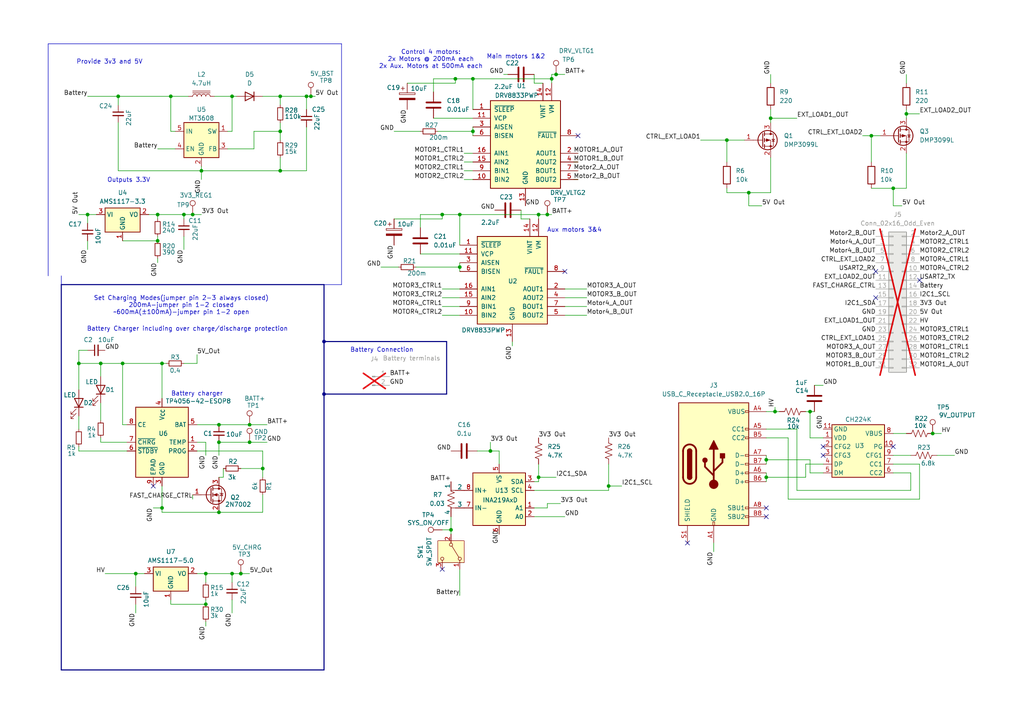
<source format=kicad_sch>
(kicad_sch (version 20250114) (generator "eeschema") (generator_version "9.0")
  (paper "A4")
  (title_block (date "2025-03-11") (comment 1 "@author 1: Lorenzo Lawrence LWRLOR002") (comment 2 "@author 2: Lindani Madonsela MDNLIN013"))
  (lib_symbols
    (symbol "Battery_Management:TP4056-42-ESOP8"
      (property "Reference" "U" (at -6.604 11.684 0))
      (property "Value" "TP4056-42-ESOP8" (at 10.16 11.684 0))
      (symbol "TP4056-42-ESOP8_1_0"
        (pin input line (at -10.16 5.08 0) (length 2.54) (name "CE") (number "8"))
        (pin open_collector line (at -10.16 0 0) (length 2.54) (name "~{CHRG}") (number "7"))
        (pin open_collector line (at -10.16 -2.54 0) (length 2.54) (name "~{STDBY}") (number "6"))
        (pin passive line (at -2.54 -12.7 90) (length 2.54) (name "EPAD") (number "9"))
        (pin power_in line (at 0 12.7 270) (length 2.54) (name "V_{CC}") (number "4"))
        (pin power_in line (at 0 -12.7 90) (length 2.54) (name "GND") (number "3"))
        (pin power_out line (at 10.16 5.08 180) (length 2.54) (name "BAT") (number "5"))
        (pin input line (at 10.16 0 180) (length 2.54) (name "TEMP") (number "1"))
        (pin passive line (at 10.16 -2.54 180) (length 2.54) (name "PROG") (number "2"))
      )
    )
    (symbol "Connector:Conn_01x02_Pin" (pin_names (offset 1.016) (hide yes))
      (property "Reference" "J" (at 0 2.54 0))
      (property "Value" "Conn_01x02_Pin" (at 0 -5.08 0))
      (symbol "Conn_01x02_Pin_1_1"
        (pin passive line (at 5.08 0 180) (length 3.81) (name "Pin_1") (number "1"))
        (pin passive line (at 5.08 -2.54 180) (length 3.81) (name "Pin_2") (number "2"))
      )
    )
    (symbol "Connector:TestPoint" (pin_numbers (hide yes)) (pin_names (offset 0.762) (hide yes))
      (property "Reference" "TP" (at 0 6.858 0))
      (property "Value" "TestPoint" (at 0 5.08 0))
      (symbol "TestPoint_1_1"
        (pin passive line (at 0 0 90) (length 2.54) (name "1") (number "1"))
      )
    )
    (symbol "Connector:USB_C_Receptacle_USB2.0_16P" (pin_names (offset 1.016))
      (property "Reference" "J" (at 0 22.225 0))
      (property "Value" "USB_C_Receptacle_USB2.0_16P" (at 0 19.685 0))
      (symbol "USB_C_Receptacle_USB2.0_16P_1_1"
        (pin passive line (at -7.62 -22.86 90) (length 5.08) (name "SHIELD") (number "S1"))
        (pin passive line (at 0 -22.86 90) (length 5.08) (name "GND") (number "A1"))
        (pin passive line (at 0 -22.86 90) (length 5.08) (hide yes) (name "GND") (number "A12"))
        (pin passive line (at 0 -22.86 90) (length 5.08) (hide yes) (name "GND") (number "B1"))
        (pin passive line (at 0 -22.86 90) (length 5.08) (hide yes) (name "GND") (number "B12"))
        (pin passive line (at 15.24 15.24 180) (length 5.08) (name "VBUS") (number "A4"))
        (pin passive line (at 15.24 15.24 180) (length 5.08) (hide yes) (name "VBUS") (number "A9"))
        (pin passive line (at 15.24 15.24 180) (length 5.08) (hide yes) (name "VBUS") (number "B4"))
        (pin passive line (at 15.24 15.24 180) (length 5.08) (hide yes) (name "VBUS") (number "B9"))
        (pin bidirectional line (at 15.24 10.16 180) (length 5.08) (name "CC1") (number "A5"))
        (pin bidirectional line (at 15.24 7.62 180) (length 5.08) (name "CC2") (number "B5"))
        (pin bidirectional line (at 15.24 2.54 180) (length 5.08) (name "D-") (number "A7"))
        (pin bidirectional line (at 15.24 0 180) (length 5.08) (name "D-") (number "B7"))
        (pin bidirectional line (at 15.24 -2.54 180) (length 5.08) (name "D+") (number "A6"))
        (pin bidirectional line (at 15.24 -5.08 180) (length 5.08) (name "D+") (number "B6"))
        (pin bidirectional line (at 15.24 -12.7 180) (length 5.08) (name "SBU1") (number "A8"))
        (pin bidirectional line (at 15.24 -15.24 180) (length 5.08) (name "SBU2") (number "B8"))
      )
    )
    (symbol "Connector_Generic:Conn_02x16_Odd_Even" (pin_names (offset 1.016) (hide yes))
      (property "Reference" "J" (at 1.27 20.32 0))
      (property "Value" "Conn_02x16_Odd_Even" (at 1.27 -22.86 0))
      (symbol "Conn_02x16_Odd_Even_1_1"
        (pin passive line (at -5.08 17.78 0) (length 3.81) (name "Pin_1") (number "1"))
        (pin passive line (at -5.08 15.24 0) (length 3.81) (name "Pin_3") (number "3"))
        (pin passive line (at -5.08 12.7 0) (length 3.81) (name "Pin_5") (number "5"))
        (pin passive line (at -5.08 10.16 0) (length 3.81) (name "Pin_7") (number "7"))
        (pin passive line (at -5.08 7.62 0) (length 3.81) (name "Pin_9") (number "9"))
        (pin passive line (at -5.08 5.08 0) (length 3.81) (name "Pin_11") (number "11"))
        (pin passive line (at -5.08 2.54 0) (length 3.81) (name "Pin_13") (number "13"))
        (pin passive line (at -5.08 0 0) (length 3.81) (name "Pin_15") (number "15"))
        (pin passive line (at -5.08 -2.54 0) (length 3.81) (name "Pin_17") (number "17"))
        (pin passive line (at -5.08 -5.08 0) (length 3.81) (name "Pin_19") (number "19"))
        (pin passive line (at -5.08 -7.62 0) (length 3.81) (name "Pin_21") (number "21"))
        (pin passive line (at -5.08 -10.16 0) (length 3.81) (name "Pin_23") (number "23"))
        (pin passive line (at -5.08 -12.7 0) (length 3.81) (name "Pin_25") (number "25"))
        (pin passive line (at -5.08 -15.24 0) (length 3.81) (name "Pin_27") (number "27"))
        (pin passive line (at -5.08 -17.78 0) (length 3.81) (name "Pin_29") (number "29"))
        (pin passive line (at -5.08 -20.32 0) (length 3.81) (name "Pin_31") (number "31"))
        (pin passive line (at 7.62 17.78 180) (length 3.81) (name "Pin_2") (number "2"))
        (pin passive line (at 7.62 15.24 180) (length 3.81) (name "Pin_4") (number "4"))
        (pin passive line (at 7.62 12.7 180) (length 3.81) (name "Pin_6") (number "6"))
        (pin passive line (at 7.62 10.16 180) (length 3.81) (name "Pin_8") (number "8"))
        (pin passive line (at 7.62 7.62 180) (length 3.81) (name "Pin_10") (number "10"))
        (pin passive line (at 7.62 5.08 180) (length 3.81) (name "Pin_12") (number "12"))
        (pin passive line (at 7.62 2.54 180) (length 3.81) (name "Pin_14") (number "14"))
        (pin passive line (at 7.62 0 180) (length 3.81) (name "Pin_16") (number "16"))
        (pin passive line (at 7.62 -2.54 180) (length 3.81) (name "Pin_18") (number "18"))
        (pin passive line (at 7.62 -5.08 180) (length 3.81) (name "Pin_20") (number "20"))
        (pin passive line (at 7.62 -7.62 180) (length 3.81) (name "Pin_22") (number "22"))
        (pin passive line (at 7.62 -10.16 180) (length 3.81) (name "Pin_24") (number "24"))
        (pin passive line (at 7.62 -12.7 180) (length 3.81) (name "Pin_26") (number "26"))
        (pin passive line (at 7.62 -15.24 180) (length 3.81) (name "Pin_28") (number "28"))
        (pin passive line (at 7.62 -17.78 180) (length 3.81) (name "Pin_30") (number "30"))
        (pin passive line (at 7.62 -20.32 180) (length 3.81) (name "Pin_32") (number "32"))
      )
    )
    (symbol "Device:C" (pin_numbers (hide yes)) (pin_names (offset 0.254))
      (property "Reference" "C" (at 0.635 2.54 0))
      (property "Value" "C" (at 0.635 -2.54 0))
      (symbol "C_1_1"
        (pin passive line (at 0 3.81 270) (length 2.794) (name "~") (number "1"))
        (pin passive line (at 0 -3.81 90) (length 2.794) (name "~") (number "2"))
      )
    )
    (symbol "Device:C_Polarized" (pin_numbers (hide yes)) (pin_names (offset 0.254))
      (property "Reference" "C" (at 0.635 2.54 0))
      (property "Value" "C_Polarized" (at 0.635 -2.54 0))
      (symbol "C_Polarized_1_1"
        (pin passive line (at 0 3.81 270) (length 2.794) (name "~") (number "1"))
        (pin passive line (at 0 -3.81 90) (length 2.794) (name "~") (number "2"))
      )
    )
    (symbol "Device:C_Small" (pin_numbers (hide yes)) (pin_names (offset 0.254) (hide yes))
      (property "Reference" "C" (at 0.254 1.778 0))
      (property "Value" "C_Small" (at 0.254 -2.032 0))
      (symbol "C_Small_1_1"
        (pin passive line (at 0 2.54 270) (length 2.032) (name "~") (number "1"))
        (pin passive line (at 0 -2.54 90) (length 2.032) (name "~") (number "2"))
      )
    )
    (symbol "Device:D" (pin_numbers (hide yes)) (pin_names (offset 1.016) (hide yes))
      (property "Reference" "D" (at 0 2.54 0))
      (property "Value" "D" (at 0 -2.54 0))
      (symbol "D_1_1"
        (pin passive line (at -3.81 0 0) (length 2.54) (name "K") (number "1"))
        (pin passive line (at 3.81 0 180) (length 2.54) (name "A") (number "2"))
      )
    )
    (symbol "Device:LED" (pin_numbers (hide yes)) (pin_names (offset 1.016) (hide yes))
      (property "Reference" "D" (at 0 2.54 0))
      (property "Value" "LED" (at 0 -2.54 0))
      (symbol "LED_1_1"
        (pin passive line (at -3.81 0 0) (length 2.54) (name "K") (number "1"))
        (pin passive line (at 3.81 0 180) (length 2.54) (name "A") (number "2"))
      )
    )
    (symbol "Device:L_Iron" (pin_numbers (hide yes)) (pin_names (offset 1.016) (hide yes))
      (property "Reference" "L" (at -1.27 0 90))
      (property "Value" "L_Iron" (at 2.794 0 90))
      (symbol "L_Iron_1_1"
        (pin passive line (at 0 3.81 270) (length 1.27) (name "1") (number "1"))
        (pin passive line (at 0 -3.81 90) (length 1.27) (name "2") (number "2"))
      )
    )
    (symbol "Device:R" (pin_numbers (hide yes)) (pin_names (offset 0))
      (property "Reference" "R" (at 2.032 0 90))
      (property "Value" "R" (at 0 0 90))
      (symbol "R_1_1"
        (pin passive line (at 0 3.81 270) (length 1.27) (name "~") (number "1"))
        (pin passive line (at 0 -3.81 90) (length 1.27) (name "~") (number "2"))
      )
    )
    (symbol "Device:R_Shunt_US" (pin_numbers (hide yes)) (pin_names (offset 0))
      (property "Reference" "R" (at -5.08 0 90))
      (property "Value" "R_Shunt_US" (at -3.048 0 90))
      (symbol "R_Shunt_US_1_1"
        (pin passive line (at 0 5.08 270) (length 2.54) (name "1") (number "1"))
        (pin passive line (at 0 -5.08 90) (length 2.54) (name "4") (number "4"))
        (pin passive line (at 3.81 2.54 180) (length 2.54) (name "2") (number "2"))
        (pin passive line (at 3.81 -2.54 180) (length 2.54) (name "3") (number "3"))
      )
    )
    (symbol "Device:R_Small" (pin_numbers (hide yes)) (pin_names (offset 0.254) (hide yes))
      (property "Reference" "R" (at 0.762 0.508 0))
      (property "Value" "R_Small" (at 0.762 -1.016 0))
      (symbol "R_Small_1_1"
        (pin passive line (at 0 2.54 270) (length 0.762) (name "~") (number "1"))
        (pin passive line (at 0 -2.54 90) (length 0.762) (name "~") (number "2"))
      )
    )
    (symbol "Device:R_US" (pin_numbers (hide yes)) (pin_names (offset 0))
      (property "Reference" "R" (at 2.54 0 90))
      (property "Value" "R_US" (at -2.54 0 90))
      (symbol "R_US_1_1"
        (pin passive line (at 0 3.81 270) (length 1.27) (name "~") (number "1"))
        (pin passive line (at 0 -3.81 90) (length 1.27) (name "~") (number "2"))
      )
    )
    (symbol "Driver_Motor:DRV8833PWP" (pin_names (offset 1.016))
      (property "Reference" "U" (at -3.81 16.51 0))
      (property "Value" "DRV8833PWP" (at -3.81 13.97 0))
      (symbol "DRV8833PWP_1_1"
        (pin input line (at -15.24 10.16 0) (length 5.08) (name "~{SLEEP}") (number "1"))
        (pin bidirectional line (at -15.24 7.62 0) (length 5.08) (name "VCP") (number "11"))
        (pin bidirectional line (at -15.24 5.08 0) (length 5.08) (name "AISEN") (number "3"))
        (pin bidirectional line (at -15.24 2.54 0) (length 5.08) (name "BISEN") (number "6"))
        (pin input line (at -15.24 -2.54 0) (length 5.08) (name "AIN1") (number "16"))
        (pin input line (at -15.24 -5.08 0) (length 5.08) (name "AIN2") (number "15"))
        (pin input line (at -15.24 -7.62 0) (length 5.08) (name "BIN1") (number "9"))
        (pin input line (at -15.24 -10.16 0) (length 5.08) (name "BIN2") (number "10"))
        (pin power_in line (at 0 -17.78 90) (length 5.08) (name "GND") (number "13"))
        (pin passive line (at 0 -17.78 90) (length 5.08) (hide yes) (name "GND") (number "17"))
        (pin power_in line (at 5.08 17.78 270) (length 5.08) (name "VINT") (number "14"))
        (pin power_in line (at 7.62 17.78 270) (length 5.08) (name "VM") (number "12"))
        (pin open_collector line (at 15.24 2.54 180) (length 5.08) (name "~{FAULT}") (number "8"))
        (pin power_out line (at 15.24 -2.54 180) (length 5.08) (name "AOUT1") (number "2"))
        (pin power_out line (at 15.24 -5.08 180) (length 5.08) (name "AOUT2") (number "4"))
        (pin power_out line (at 15.24 -7.62 180) (length 5.08) (name "BOUT1") (number "7"))
        (pin power_out line (at 15.24 -10.16 180) (length 5.08) (name "BOUT2") (number "5"))
      )
    )
    (symbol "Interface_USB:CH224K"
      (property "Reference" "U3" (at 2.1433 -10.16 0))
      (property "Value" "CH224K" (at 2.1433 -12.7 0))
      (symbol "CH224K_1_1"
        (pin power_in line (at -10.16 6.35 0) (length 2.54) (name "GND") (number "11"))
        (pin power_in line (at -10.16 3.81 0) (length 2.54) (name "VDD") (number "1"))
        (pin passive line (at -10.16 1.27 0) (length 2.54) (name "CFG2") (number "2"))
        (pin passive line (at -10.16 -1.27 0) (length 2.54) (name "CFG3") (number "3"))
        (pin bidirectional line (at -10.16 -3.81 0) (length 2.54) (name "DP") (number "4"))
        (pin bidirectional line (at -10.16 -6.35 0) (length 2.54) (name "DM") (number "5"))
        (pin passive line (at 10.16 5.08 180) (length 2.54) (name "VBUS") (number "8"))
        (pin open_collector line (at 10.16 1.27 180) (length 2.54) (name "PG") (number "10"))
        (pin passive line (at 10.16 -1.27 180) (length 2.54) (name "CFG1") (number "9"))
        (pin bidirectional line (at 10.16 -3.81 180) (length 2.54) (name "CC1") (number "7"))
        (pin bidirectional line (at 10.16 -6.35 180) (length 2.54) (name "CC2") (number "6"))
      )
    )
    (symbol "Regulator_Linear:AMS1117-3.3"
      (property "Reference" "U" (at -3.81 3.175 0))
      (property "Value" "AMS1117-3.3" (at 0 3.175 0))
      (symbol "AMS1117-3.3_1_1"
        (pin power_in line (at -7.62 0 0) (length 2.54) (name "VI") (number "3"))
        (pin power_in line (at 0 -7.62 90) (length 2.54) (name "GND") (number "1"))
        (pin power_out line (at 7.62 0 180) (length 2.54) (name "VO") (number "2"))
      )
    )
    (symbol "Regulator_Linear:AMS1117-5.0"
      (property "Reference" "U" (at -3.81 3.175 0))
      (property "Value" "AMS1117-5.0" (at 0 3.175 0))
      (symbol "AMS1117-5.0_1_1"
        (pin power_in line (at -7.62 0 0) (length 2.54) (name "VI") (number "3"))
        (pin power_in line (at 0 -7.62 90) (length 2.54) (name "GND") (number "1"))
        (pin power_out line (at 7.62 0 180) (length 2.54) (name "VO") (number "2"))
      )
    )
    (symbol "Regulator_Switching:MT3608"
      (property "Reference" "U" (at -2.54 8.89 0))
      (property "Value" "MT3608" (at -3.81 6.35 0))
      (symbol "MT3608_1_1"
        (pin power_in line (at -7.62 2.54 0) (length 2.54) (name "IN") (number "5"))
        (pin input line (at -7.62 -2.54 0) (length 2.54) (name "EN") (number "4"))
        (pin power_in line (at 0 -7.62 90) (length 2.54) (name "GND") (number "2"))
        (pin no_connect line (at 5.08 0 180) (length 2.54) (hide yes) (name "NC") (number "6"))
        (pin passive line (at 7.62 2.54 180) (length 2.54) (name "SW") (number "1"))
        (pin input line (at 7.62 -2.54 180) (length 2.54) (name "FB") (number "3"))
      )
    )
    (symbol "Sensor_Energy:INA219AxD"
      (property "Reference" "U" (at -6.35 8.89 0))
      (property "Value" "INA219AxD" (at 5.08 8.89 0))
      (symbol "INA219AxD_1_1"
        (pin input line (at -10.16 2.54 0) (length 2.54) (name "IN+") (number "8"))
        (pin input line (at -10.16 -2.54 0) (length 2.54) (name "IN-") (number "7"))
        (pin power_in line (at 0 10.16 270) (length 2.54) (name "VS") (number "5"))
        (pin power_in line (at 0 -10.16 90) (length 2.54) (name "GND") (number "6"))
        (pin bidirectional line (at 10.16 5.08 180) (length 2.54) (name "SDA") (number "3"))
        (pin input line (at 10.16 2.54 180) (length 2.54) (name "SCL") (number "4"))
        (pin input line (at 10.16 -2.54 180) (length 2.54) (name "A1") (number "1"))
        (pin input line (at 10.16 -5.08 180) (length 2.54) (name "A0") (number "2"))
      )
    )
    (symbol "Switch:SW_SPDT" (pin_names (offset 0) (hide yes))
      (property "Reference" "SW" (at 0 5.08 0))
      (property "Value" "SW_SPDT" (at 0 -5.08 0))
      (symbol "SW_SPDT_1_1"
        (pin passive line (at -5.08 0 0) (length 2.54) (name "B") (number "2"))
        (pin passive line (at 5.08 2.54 180) (length 2.54) (name "A") (number "1"))
        (pin passive line (at 5.08 -2.54 180) (length 2.54) (name "C") (number "3"))
      )
    )
    (symbol "Transistor_FET:2N7002" (pin_names (hide yes))
      (property "Reference" "Q" (at 5.08 1.905 0))
      (property "Value" "2N7002" (at 5.08 0 0))
      (symbol "2N7002_1_1"
        (pin input line (at -5.08 0 0) (length 2.54) (name "G") (number "1"))
        (pin passive line (at 2.54 5.08 270) (length 2.54) (name "D") (number "3"))
        (pin passive line (at 2.54 -5.08 90) (length 2.54) (name "S") (number "2"))
      )
    )
    (symbol "Transistor_FET:DMP3099L" (pin_names (offset 0) (hide yes))
      (property "Reference" "Q" (at 5.08 1.905 0))
      (property "Value" "DMP3099L" (at 5.08 0 0))
      (symbol "DMP3099L_1_1"
        (pin input line (at -5.08 0 0) (length 2.54) (name "G") (number "1"))
        (pin passive line (at 2.54 5.08 270) (length 2.54) (name "D") (number "3"))
        (pin passive line (at 2.54 -5.08 90) (length 2.54) (name "S") (number "2"))
      )
    )
  )
  (text "Control 4 motors:\n2x Motors @ 200mA each\n2x Aux. Motors at 500mA each" (at 124.968 17.272 0) (effects (font (size 1.27 1.27))))
  (text "Outputs 3.3V" (at 37.338 52.324 0) (effects (font (size 1.27 1.27))))
  (text "Battery charger" (at 57.15 114.3 0) (effects (font (size 1.27 1.27))))
  (text "Set Charging Modes(jumper pin 2-3 always closed)\n200mA-jumper pin 1-2 closed\n~600mA(±100mA)-jumper pin 1-2 open" (at 52.578 88.646 0) (effects (font (size 1.27 1.27))))
  (text "Battery Charger including over charge/discharge protection" (at 54.356 95.504 0) (effects (font (size 1.27 1.27))))
  (text "Battery Connection" (at 110.744 101.6 0) (effects (font (size 1.27 1.27))))
  (text "Aux motors 3&4" (at 166.624 66.802 0) (effects (font (size 1.27 1.27))))
  (text "Provide 3v3 and 5V " (at 32.258 18.034 0) (effects (font (size 1.27 1.27))))
  (text "Main motors 1&2 " (at 150.114 16.51 0) (effects (font (size 1.27 1.27))))
  (junction (at 133.35 62.23))
  (junction (at 137.16 22.86))
  (junction (at 90.17 27.94))
  (junction (at 156.21 138.43))
  (junction (at 88.9 27.94))
  (junction (at 176.53 140.97))
  (junction (at 158.75 62.23))
  (junction (at 22.86 105.41))
  (junction (at 161.29 21.59))
  (junction (at 222.25 138.43))
  (junction (at 58.42 49.53))
  (junction (at 39.37 166.37))
  (junction (at 76.2 135.89))
  (junction (at 132.08 22.86))
  (junction (at 63.5 128.27))
  (junction (at 67.31 27.94))
  (junction (at 137.16 38.1))
  (junction (at 130.81 153.67))
  (junction (at 156.21 62.23))
  (junction (at 55.88 62.23))
  (junction (at 45.72 69.85))
  (junction (at 59.69 166.37))
  (junction (at 59.69 175.26))
  (junction (at 81.28 49.53))
  (junction (at 270.51 125.73))
  (junction (at 93.98 99.06))
  (junction (at 81.28 38.1))
  (junction (at 25.4 62.23))
  (junction (at 259.08 54.61))
  (junction (at 252.73 39.37))
  (junction (at 72.39 128.27))
  (junction (at 29.21 105.41))
  (junction (at 45.72 62.23))
  (junction (at 67.31 166.37))
  (junction (at 34.29 27.94))
  (junction (at 49.53 27.94))
  (junction (at 93.98 114.3))
  (junction (at 72.39 123.19))
  (junction (at 210.82 40.64))
  (junction (at 223.52 34.29))
  (junction (at 224.79 119.38))
  (junction (at 81.28 27.94))
  (junction (at 53.34 62.23))
  (junction (at 69.85 166.37))
  (junction (at 63.5 148.59))
  (junction (at 63.5 123.19))
  (junction (at 46.99 147.32))
  (junction (at 222.25 133.35))
  (junction (at 133.35 77.47))
  (junction (at 46.99 105.41))
  (junction (at 35.56 105.41))
  (junction (at 262.89 33.02))
  (junction (at 142.24 130.81))
  (junction (at 234.95 119.38))
  (junction (at 160.02 22.86))
  (junction (at 217.17 55.88))
  (junction (at 128.27 62.23))
  (no_connect (at 199.39 157.48))
  (no_connect (at 163.83 78.74))
  (no_connect (at 266.7 81.28))
  (no_connect (at 167.64 39.37))
  (no_connect (at 254 86.36))
  (no_connect (at 259.08 129.54))
  (no_connect (at 128.27 165.1))
  (no_connect (at 222.25 149.86))
  (no_connect (at 44.45 140.97))
  (no_connect (at 238.76 129.54))
  (no_connect (at 254 78.74))
  (no_connect (at 222.25 147.32))
  (no_connect (at 238.76 132.08))
  (wire (pts (xy 234.95 137.16) (xy 238.76 137.16)))
  (bus (pts (xy 93.98 99.06) (xy 129.54 99.06)))
  (wire (pts (xy 160.02 21.59) (xy 160.02 22.86)))
  (wire (pts (xy 59.69 173.99) (xy 59.69 175.26)))
  (wire (pts (xy 210.82 40.64) (xy 215.9 40.64)))
  (wire (pts (xy 161.29 21.59) (xy 160.02 21.59)))
  (wire (pts (xy 110.49 77.47) (xy 115.57 77.47)))
  (wire (pts (xy 133.35 83.82) (xy 128.27 83.82)))
  (wire (pts (xy 44.45 147.32) (xy 46.99 147.32)))
  (wire (pts (xy 262.89 31.75) (xy 262.89 33.02)))
  (wire (pts (xy 76.2 27.94) (xy 81.28 27.94)))
  (wire (pts (xy 67.31 27.94) (xy 68.58 27.94)))
  (wire (pts (xy 259.08 134.62) (xy 266.7 134.62)))
  (wire (pts (xy 259.08 59.69) (xy 259.08 54.61)))
  (wire (pts (xy 137.16 46.99) (xy 134.62 46.99)))
  (wire (pts (xy 132.08 22.86) (xy 125.73 22.86)))
  (wire (pts (xy 222.25 119.38) (xy 224.79 119.38)))
  (wire (pts (xy 176.53 140.97) (xy 180.34 140.97)))
  (wire (pts (xy 210.82 46.99) (xy 210.82 40.64)))
  (wire (pts (xy 233.68 134.62) (xy 238.76 134.62)))
  (wire (pts (xy 144.78 153.67) (xy 144.78 154.94)))
  (wire (pts (xy 156.21 62.23) (xy 156.21 63.5)))
  (wire (pts (xy 46.99 105.41) (xy 35.56 105.41)))
  (wire (pts (xy 76.2 135.89) (xy 76.2 138.43)))
  (wire (pts (xy 25.4 27.94) (xy 34.29 27.94)))
  (wire (pts (xy 49.53 175.26) (xy 59.69 175.26)))
  (wire (pts (xy 66.04 43.18) (xy 73.66 43.18)))
  (wire (pts (xy 156.21 138.43) (xy 161.29 138.43)))
  (wire (pts (xy 46.99 147.32) (xy 46.99 148.59)))
  (wire (pts (xy 53.34 105.41) (xy 57.15 105.41)))
  (wire (pts (xy 154.94 142.24) (xy 176.53 142.24)))
  (wire (pts (xy 58.42 49.53) (xy 58.42 48.26)))
  (bus (pts (xy 129.54 99.06) (xy 129.54 114.3)))
  (wire (pts (xy 222.25 137.16) (xy 222.25 138.43)))
  (wire (pts (xy 118.11 24.13) (xy 132.08 24.13)))
  (wire (pts (xy 154.94 21.59) (xy 154.94 24.13)))
  (wire (pts (xy 236.22 111.76) (xy 238.76 111.76)))
  (polyline (pts (xy 99.06 12.7) (xy 13.97 12.7)))
  (wire (pts (xy 176.53 142.24) (xy 176.53 140.97)))
  (polyline (pts (xy 17.78 82.55) (xy 99.06 82.55)))
  (wire (pts (xy 259.08 137.16) (xy 264.16 137.16)))
  (wire (pts (xy 158.75 147.32) (xy 158.75 146.05)))
  (wire (pts (xy 64.77 138.43) (xy 64.77 135.89)))
  (wire (pts (xy 160.02 22.86) (xy 160.02 24.13)))
  (wire (pts (xy 22.86 129.54) (xy 22.86 130.81)))
  (wire (pts (xy 127 38.1) (xy 137.16 38.1)))
  (wire (pts (xy 133.35 91.44) (xy 128.27 91.44)))
  (wire (pts (xy 49.53 27.94) (xy 54.61 27.94)))
  (wire (pts (xy 57.15 123.19) (xy 63.5 123.19)))
  (wire (pts (xy 234.95 133.35) (xy 234.95 137.16)))
  (wire (pts (xy 125.73 22.86) (xy 125.73 26.67)))
  (wire (pts (xy 130.81 154.94) (xy 130.81 153.67)))
  (wire (pts (xy 259.08 132.08) (xy 264.16 132.08)))
  (wire (pts (xy 67.31 166.37) (xy 67.31 168.91)))
  (wire (pts (xy 270.51 125.73) (xy 273.05 125.73)))
  (wire (pts (xy 62.23 27.94) (xy 67.31 27.94)))
  (bus (pts (xy 93.98 99.06) (xy 93.98 114.3)))
  (wire (pts (xy 57.15 105.41) (xy 57.15 102.87)))
  (wire (pts (xy 252.73 54.61) (xy 259.08 54.61)))
  (wire (pts (xy 222.25 132.08) (xy 222.25 133.35)))
  (wire (pts (xy 81.28 27.94) (xy 88.9 27.94)))
  (wire (pts (xy 133.35 77.47) (xy 133.35 78.74)))
  (wire (pts (xy 29.21 116.84) (xy 29.21 121.92)))
  (wire (pts (xy 228.6 127) (xy 228.6 144.78)))
  (wire (pts (xy 138.43 130.81) (xy 142.24 130.81)))
  (wire (pts (xy 22.86 105.41) (xy 22.86 101.6)))
  (bus (pts (xy 93.98 82.55) (xy 93.98 99.06)))
  (wire (pts (xy 133.35 76.2) (xy 133.35 77.47)))
  (wire (pts (xy 121.92 73.66) (xy 133.35 73.66)))
  (wire (pts (xy 262.89 33.02) (xy 262.89 34.29)))
  (wire (pts (xy 76.2 143.51) (xy 76.2 148.59)))
  (wire (pts (xy 45.72 43.18) (xy 50.8 43.18)))
  (wire (pts (xy 55.88 62.23) (xy 53.34 62.23)))
  (wire (pts (xy 46.99 105.41) (xy 46.99 115.57)))
  (wire (pts (xy 22.86 105.41) (xy 22.86 113.03)))
  (wire (pts (xy 58.42 62.23) (xy 55.88 62.23)))
  (wire (pts (xy 133.35 88.9) (xy 128.27 88.9)))
  (wire (pts (xy 49.53 173.99) (xy 49.53 175.26)))
  (wire (pts (xy 163.83 88.9) (xy 170.18 88.9)))
  (wire (pts (xy 166.37 52.07) (xy 167.64 52.07)))
  (wire (pts (xy 130.81 153.67) (xy 130.81 149.86)))
  (wire (pts (xy 233.68 119.38) (xy 234.95 119.38)))
  (polyline (pts (xy 13.97 12.7) (xy 13.97 80.01)))
  (wire (pts (xy 57.15 166.37) (xy 59.69 166.37)))
  (wire (pts (xy 46.99 140.97) (xy 46.99 147.32)))
  (wire (pts (xy 46.99 148.59) (xy 63.5 148.59)))
  (wire (pts (xy 58.42 49.53) (xy 58.42 52.07)))
  (wire (pts (xy 233.68 138.43) (xy 233.68 134.62)))
  (wire (pts (xy 163.83 83.82) (xy 170.18 83.82)))
  (wire (pts (xy 88.9 49.53) (xy 81.28 49.53)))
  (wire (pts (xy 114.3 63.5) (xy 128.27 63.5)))
  (wire (pts (xy 128.27 153.67) (xy 130.81 153.67)))
  (wire (pts (xy 207.01 160.02) (xy 207.01 157.48)))
  (wire (pts (xy 45.72 68.58) (xy 45.72 69.85)))
  (wire (pts (xy 72.39 123.19) (xy 77.47 123.19)))
  (wire (pts (xy 22.86 62.23) (xy 25.4 62.23)))
  (wire (pts (xy 29.21 128.27) (xy 36.83 128.27)))
  (wire (pts (xy 231.14 124.46) (xy 231.14 142.24)))
  (wire (pts (xy 29.21 105.41) (xy 29.21 109.22)))
  (wire (pts (xy 76.2 148.59) (xy 63.5 148.59)))
  (wire (pts (xy 59.69 128.27) (xy 57.15 128.27)))
  (wire (pts (xy 222.25 133.35) (xy 234.95 133.35)))
  (wire (pts (xy 151.13 60.96) (xy 151.13 63.5)))
  (wire (pts (xy 125.73 34.29) (xy 137.16 34.29)))
  (wire (pts (xy 49.53 38.1) (xy 50.8 38.1)))
  (wire (pts (xy 271.78 132.08) (xy 276.86 132.08)))
  (wire (pts (xy 121.92 62.23) (xy 121.92 66.04)))
  (wire (pts (xy 217.17 59.69) (xy 217.17 55.88)))
  (wire (pts (xy 144.78 130.81) (xy 144.78 134.62)))
  (wire (pts (xy 132.08 22.86) (xy 132.08 24.13)))
  (wire (pts (xy 259.08 125.73) (xy 262.89 125.73)))
  (wire (pts (xy 167.64 44.45) (xy 166.37 44.45)))
  (wire (pts (xy 261.62 59.69) (xy 259.08 59.69)))
  (wire (pts (xy 63.5 123.19) (xy 72.39 123.19)))
  (wire (pts (xy 45.72 74.93) (xy 45.72 76.2)))
  (wire (pts (xy 81.28 49.53) (xy 58.42 49.53)))
  (wire (pts (xy 53.34 62.23) (xy 53.34 63.5)))
  (wire (pts (xy 72.39 128.27) (xy 77.47 128.27)))
  (wire (pts (xy 45.72 62.23) (xy 43.18 62.23)))
  (wire (pts (xy 67.31 173.99) (xy 67.31 177.8)))
  (wire (pts (xy 210.82 55.88) (xy 217.17 55.88)))
  (wire (pts (xy 67.31 166.37) (xy 69.85 166.37)))
  (wire (pts (xy 167.64 49.53) (xy 166.37 49.53)))
  (wire (pts (xy 133.35 62.23) (xy 156.21 62.23)))
  (wire (pts (xy 222.25 133.35) (xy 222.25 134.62)))
  (bus (pts (xy 93.98 114.3) (xy 129.54 114.3)))
  (wire (pts (xy 163.83 91.44) (xy 170.18 91.44)))
  (wire (pts (xy 39.37 166.37) (xy 39.37 170.18)))
  (wire (pts (xy 252.73 46.99) (xy 252.73 39.37)))
  (wire (pts (xy 55.88 143.51) (xy 55.88 144.78)))
  (wire (pts (xy 147.32 21.59) (xy 146.05 21.59)))
  (wire (pts (xy 58.42 49.53) (xy 34.29 49.53)))
  (wire (pts (xy 217.17 55.88) (xy 223.52 55.88)))
  (wire (pts (xy 69.85 135.89) (xy 76.2 135.89)))
  (wire (pts (xy 59.69 180.34) (xy 59.69 181.61)))
  (wire (pts (xy 158.75 146.05) (xy 162.56 146.05)))
  (wire (pts (xy 133.35 86.36) (xy 128.27 86.36)))
  (wire (pts (xy 128.27 62.23) (xy 133.35 62.23)))
  (wire (pts (xy 137.16 52.07) (xy 134.62 52.07)))
  (wire (pts (xy 53.34 68.58) (xy 53.34 72.39)))
  (wire (pts (xy 88.9 27.94) (xy 90.17 27.94)))
  (wire (pts (xy 69.85 166.37) (xy 72.39 166.37)))
  (wire (pts (xy 222.25 124.46) (xy 231.14 124.46)))
  (wire (pts (xy 259.08 54.61) (xy 262.89 54.61)))
  (wire (pts (xy 59.69 166.37) (xy 59.69 168.91)))
  (wire (pts (xy 238.76 127) (xy 234.95 127)))
  (wire (pts (xy 35.56 123.19) (xy 36.83 123.19)))
  (wire (pts (xy 90.17 27.94) (xy 91.44 27.94)))
  (wire (pts (xy 137.16 22.86) (xy 132.08 22.86)))
  (wire (pts (xy 156.21 138.43) (xy 156.21 134.62)))
  (wire (pts (xy 63.5 128.27) (xy 72.39 128.27)))
  (wire (pts (xy 128.27 62.23) (xy 128.27 63.5)))
  (wire (pts (xy 35.56 69.85) (xy 45.72 69.85)))
  (wire (pts (xy 223.52 31.75) (xy 223.52 34.29)))
  (wire (pts (xy 228.6 144.78) (xy 266.7 144.78)))
  (wire (pts (xy 262.89 21.59) (xy 262.89 24.13)))
  (bus (pts (xy 93.98 114.3) (xy 93.98 194.31)))
  (wire (pts (xy 154.94 24.13) (xy 157.48 24.13)))
  (wire (pts (xy 154.94 147.32) (xy 158.75 147.32)))
  (wire (pts (xy 223.52 34.29) (xy 231.14 34.29)))
  (wire (pts (xy 88.9 36.83) (xy 88.9 49.53)))
  (wire (pts (xy 25.4 69.85) (xy 25.4 72.39)))
  (wire (pts (xy 120.65 77.47) (xy 133.35 77.47)))
  (wire (pts (xy 252.73 39.37) (xy 255.27 39.37)))
  (wire (pts (xy 114.3 38.1) (xy 121.92 38.1)))
  (wire (pts (xy 81.28 38.1) (xy 81.28 40.64)))
  (wire (pts (xy 34.29 27.94) (xy 49.53 27.94)))
  (wire (pts (xy 158.75 62.23) (xy 156.21 62.23)))
  (wire (pts (xy 224.79 119.38) (xy 226.06 119.38)))
  (wire (pts (xy 66.04 38.1) (xy 67.31 38.1)))
  (wire (pts (xy 49.53 27.94) (xy 49.53 38.1)))
  (wire (pts (xy 88.9 27.94) (xy 88.9 31.75)))
  (wire (pts (xy 224.79 118.11) (xy 224.79 119.38)))
  (wire (pts (xy 142.24 128.27) (xy 142.24 130.81)))
  (polyline (pts (xy 17.78 82.55) (xy 17.78 80.01)))
  (wire (pts (xy 223.52 45.72) (xy 223.52 55.88)))
  (wire (pts (xy 137.16 44.45) (xy 134.62 44.45)))
  (wire (pts (xy 57.15 130.81) (xy 76.2 130.81)))
  (polyline (pts (xy 99.06 12.7) (xy 99.06 12.7)))
  (wire (pts (xy 121.92 62.23) (xy 128.27 62.23)))
  (wire (pts (xy 160.02 62.23) (xy 158.75 62.23)))
  (wire (pts (xy 148.59 100.33) (xy 148.59 99.06)))
  (polyline (pts (xy 99.06 82.55) (xy 99.06 12.7)))
  (wire (pts (xy 53.34 62.23) (xy 45.72 62.23)))
  (bus (pts (xy 17.78 194.31) (xy 17.78 82.55)))
  (wire (pts (xy 137.16 22.86) (xy 137.16 31.75)))
  (wire (pts (xy 266.7 134.62) (xy 266.7 144.78)))
  (wire (pts (xy 67.31 27.94) (xy 67.31 38.1)))
  (wire (pts (xy 156.21 139.7) (xy 156.21 138.43)))
  (wire (pts (xy 73.66 43.18) (xy 73.66 38.1)))
  (wire (pts (xy 144.78 130.81) (xy 142.24 130.81)))
  (wire (pts (xy 154.94 139.7) (xy 156.21 139.7)))
  (wire (pts (xy 163.83 21.59) (xy 161.29 21.59)))
  (wire (pts (xy 39.37 166.37) (xy 41.91 166.37)))
  (wire (pts (xy 133.35 62.23) (xy 133.35 71.12)))
  (bus (pts (xy 17.78 82.55) (xy 93.98 82.55)))
  (wire (pts (xy 34.29 35.56) (xy 34.29 49.53)))
  (wire (pts (xy 264.16 142.24) (xy 264.16 137.16)))
  (wire (pts (xy 63.5 138.43) (xy 64.77 138.43)))
  (wire (pts (xy 154.94 149.86) (xy 163.83 149.86)))
  (wire (pts (xy 223.52 34.29) (xy 223.52 35.56)))
  (wire (pts (xy 262.89 44.45) (xy 262.89 54.61)))
  (wire (pts (xy 223.52 21.59) (xy 223.52 24.13)))
  (wire (pts (xy 231.14 142.24) (xy 264.16 142.24)))
  (wire (pts (xy 73.66 38.1) (xy 81.28 38.1)))
  (wire (pts (xy 137.16 38.1) (xy 137.16 39.37)))
  (wire (pts (xy 133.35 165.1) (xy 133.35 172.72)))
  (wire (pts (xy 81.28 27.94) (xy 81.28 30.48)))
  (wire (pts (xy 250.19 39.37) (xy 252.73 39.37)))
  (wire (pts (xy 222.25 138.43) (xy 233.68 138.43)))
  (wire (pts (xy 76.2 130.81) (xy 76.2 135.89)))
  (wire (pts (xy 25.4 62.23) (xy 25.4 64.77)))
  (wire (pts (xy 234.95 119.38) (xy 234.95 127)))
  (wire (pts (xy 22.86 101.6) (xy 25.4 101.6)))
  (wire (pts (xy 163.83 86.36) (xy 170.18 86.36)))
  (wire (pts (xy 34.29 27.94) (xy 34.29 30.48)))
  (wire (pts (xy 29.21 127) (xy 29.21 128.27)))
  (wire (pts (xy 153.67 63.5) (xy 151.13 63.5)))
  (wire (pts (xy 81.28 45.72) (xy 81.28 49.53)))
  (wire (pts (xy 203.2 40.64) (xy 210.82 40.64)))
  (wire (pts (xy 137.16 36.83) (xy 137.16 38.1)))
  (bus (pts (xy 17.78 194.31) (xy 93.98 194.31)))
  (wire (pts (xy 35.56 105.41) (xy 35.56 123.19)))
  (wire (pts (xy 222.25 138.43) (xy 222.25 139.7)))
  (wire (pts (xy 262.89 33.02) (xy 266.7 33.02)))
  (wire (pts (xy 22.86 105.41) (xy 29.21 105.41)))
  (wire (pts (xy 29.21 105.41) (xy 35.56 105.41)))
  (wire (pts (xy 36.83 130.81) (xy 22.86 130.81)))
  (wire (pts (xy 22.86 120.65) (xy 22.86 124.46)))
  (wire (pts (xy 234.95 119.38) (xy 236.22 119.38)))
  (wire (pts (xy 228.6 127) (xy 222.25 127)))
  (wire (pts (xy 167.64 46.99) (xy 166.37 46.99)))
  (wire (pts (xy 137.16 49.53) (xy 134.62 49.53)))
  (wire (pts (xy 210.82 54.61) (xy 210.82 55.88)))
  (wire (pts (xy 137.16 22.86) (xy 160.02 22.86)))
  (wire (pts (xy 48.26 105.41) (xy 46.99 105.41)))
  (wire (pts (xy 45.72 62.23) (xy 45.72 63.5)))
  (wire (pts (xy 81.28 35.56) (xy 81.28 38.1)))
  (wire (pts (xy 30.48 166.37) (xy 39.37 166.37)))
  (wire (pts (xy 176.53 140.97) (xy 176.53 134.62)))
  (wire (pts (xy 220.98 59.69) (xy 217.17 59.69)))
  (wire (pts (xy 59.69 132.08) (xy 59.69 128.27)))
  (wire (pts (xy 63.5 128.27) (xy 63.5 132.08)))
  (wire (pts (xy 59.69 166.37) (xy 67.31 166.37)))
  (wire (pts (xy 25.4 62.23) (xy 27.94 62.23)))
  (wire (pts (xy 39.37 175.26) (xy 39.37 177.8)))
  (label "GND" (at 25.4 72.39 270))
  (label "GND" (at 113.03 111.76 0))
  (label "Motor4_A_OUT" (at 170.18 88.9 0))
  (label "EXT_LOAD2_OUT" (at 266.7 33.02 0))
  (label "MOTOR3_CTRL2" (at 266.7 99.06 0))
  (label "MOTOR1_B_OUT" (at 166.37 46.99 0))
  (label "5V_Out" (at 57.15 102.87 0))
  (label "MOTOR1_CTRL1" (at 134.62 44.45 180))
  (label "GND" (at 148.59 100.33 270))
  (label "GND" (at 254 96.52 180))
  (label "5V_Out" (at 72.39 166.37 0))
  (label "I2C1_SDA" (at 254 88.9 180))
  (label "BATT+" (at 163.83 21.59 0))
  (label "MOTOR1_CTRL1" (at 266.7 101.6 0))
  (label "MOTOR3_A_OUT" (at 170.18 83.82 0))
  (label "Motor4_B_OUT" (at 254 73.66 180))
  (label "CTRL_EXT_LOAD1" (at 203.2 40.64 180))
  (label "MOTOR1_CTRL2" (at 134.62 46.99 180))
  (label "MOTOR3_CTRL1" (at 128.27 83.82 180))
  (label "GND" (at 152.4 59.69 0))
  (label "GND" (at 238.76 111.76 0))
  (label "BATT+" (at 113.03 109.22 0))
  (label "Motor2_A_OUT" (at 266.7 68.58 0))
  (label "GND" (at 59.69 181.61 270))
  (label "GND" (at 262.89 21.59 90))
  (label "FAST_CHARGE_CTRL" (at 55.88 144.78 180))
  (label "GND" (at 63.5 132.08 270))
  (label "5V Out" (at 261.62 59.69 0))
  (label "BATT+" (at 77.47 123.19 0))
  (label "3V3 Out" (at 58.42 62.23 0))
  (label "CTRL_EXT_LOAD2" (at 254 76.2 180))
  (label "GND" (at 53.34 72.39 270))
  (label "Motor4_A_OUT" (at 254 71.12 180))
  (label "MOTOR1_A_OUT" (at 166.37 44.45 0))
  (label "GND" (at 207.01 160.02 270))
  (label "HV" (at 266.7 93.98 0))
  (label "FAST_CHARGE_CTRL" (at 254 83.82 180))
  (label "GND" (at 114.3 71.12 270))
  (label "GND" (at 30.48 101.6 0))
  (label "Motor2_A_OUT" (at 166.37 49.53 0))
  (label "Battery" (at 133.35 172.72 180))
  (label "GND" (at 44.45 147.32 270))
  (label "MOTOR4_CTRL2" (at 128.27 91.44 180))
  (label "GND" (at 276.86 132.08 0))
  (label "GND" (at 77.47 128.27 0))
  (label "HV" (at 224.79 118.11 90))
  (label "I2C1_SDA" (at 161.29 138.43 0))
  (label "GND" (at 130.81 130.81 180))
  (label "MOTOR3_A_OUT" (at 254 101.6 180))
  (label "GND" (at 223.52 21.59 90))
  (label "USART2_RX" (at 254 78.74 180))
  (label "Motor4_B_OUT" (at 170.18 91.44 0))
  (label "GND" (at 114.3 38.1 180))
  (label "3V3 Out" (at 156.21 127 0))
  (label "HV" (at 30.48 166.37 180))
  (label "EXT_LOAD1_OUT" (at 254 93.98 180))
  (label "BATT+" (at 130.81 139.7 180))
  (label "GND" (at 238.76 124.46 90))
  (label "GND" (at 58.42 52.07 270))
  (label "3V3 Out" (at 162.56 146.05 0))
  (label "GND" (at 144.78 153.67 270))
  (label "MOTOR2_CTRL2" (at 266.7 73.66 0))
  (label "MOTOR1_A_OUT" (at 266.7 106.68 0))
  (label "5V Out" (at 22.86 62.23 90))
  (label "GND" (at 143.51 60.96 180))
  (label "I2C1_SCL" (at 266.7 86.36 0))
  (label "5V Out" (at 91.44 27.94 0))
  (label "MOTOR2_CTRL1" (at 134.62 49.53 180))
  (label "USART2_TX" (at 266.7 81.28 0))
  (label "Battery" (at 266.7 83.82 0))
  (label "GND" (at 146.05 21.59 180))
  (label "GND" (at 59.69 132.08 270))
  (label "5V Out" (at 220.98 59.69 0))
  (label "I2C1_SCL" (at 180.34 140.97 0))
  (label "3V3 Out" (at 266.7 88.9 0))
  (label "Battery" (at 25.4 27.94 180))
  (label "Battery" (at 45.72 43.18 180))
  (label "MOTOR4_CTRL2" (at 266.7 78.74 0))
  (label "MOTOR1_CTRL2" (at 266.7 104.14 0))
  (label "MOTOR2_CTRL1" (at 266.7 71.12 0))
  (label "GND" (at 67.31 177.8 270))
  (label "MOTOR3_B_OUT" (at 254 104.14 180))
  (label "3V3 Out" (at 176.53 127 0))
  (label "BATT+" (at 160.02 62.23 0))
  (label "Motor2_B_OUT" (at 166.37 52.07 0))
  (label "MOTOR3_CTRL1" (at 266.7 96.52 0))
  (label "GND" (at 39.37 177.8 270))
  (label "EXT_LOAD1_OUT" (at 231.14 34.29 0))
  (label "CTRL_EXT_LOAD2" (at 250.19 39.37 180))
  (label "MOTOR3_B_OUT" (at 170.18 86.36 0))
  (label "MOTOR4_CTRL1" (at 266.7 76.2 0))
  (label "GND" (at 254 91.44 180))
  (label "GND" (at 110.49 77.47 180))
  (label "HV" (at 273.05 125.73 0))
  (label "GND" (at 118.11 31.75 270))
  (label "MOTOR2_CTRL2" (at 134.62 52.07 180))
  (label "5V Out" (at 266.7 91.44 0))
  (label "CTRL_EXT_LOAD1" (at 254 99.06 180))
  (label "GND" (at 45.72 76.2 270))
  (label "MOTOR4_CTRL1" (at 128.27 88.9 180))
  (label "3V3 Out" (at 142.24 128.27 0))
  (label "MOTOR1_B_OUT" (at 254 106.68 180))
  (label "MOTOR3_CTRL2" (at 128.27 86.36 180))
  (label "GND" (at 163.83 149.86 0))
  (label "Motor2_B_OUT" (at 254 68.58 180))
  (label "EXT_LOAD2_OUT" (at 254 81.28 180))
  (symbol (lib_id "Device:R_US") (at 266.7 125.73 90) (unit 1)
    (property "Reference" "R22" (at 267.208 121.412 90))
    (property "Value" "10k" (at 266.954 123.444 90))
    (property "Footprint" "Resistor_SMD:R_0402_1005Metric" (effects (hide yes)))
    (property "Description" "Resistor, US symbol" (effects (hide yes)))
  )
  (symbol (lib_id "Connector:TestPoint") (at 55.88 62.23 0) (unit 1)
    (property "Reference" "3V3_REG1" (at 52.07 56.642 0) (effects (justify left)))
    (property "Value" "TP9" (at 51.308 59.436 0) (effects (justify left)))
    (property "Footprint" "TestPoint:TestPoint_Pad_D1.0mm" (effects (hide yes)))
    (property "Description" "test point" (effects (hide yes)))
  )
  (symbol (lib_id "Transistor_FET:DMP3099L") (at 220.98 40.64 0) (unit 1)
    (property "Reference" "Q1" (at 227.33 39.3699 0) (effects (justify left)))
    (property "Value" "DMP3099L" (at 227.33 41.9099 0) (effects (justify left)))
    (property "Footprint" "Package_TO_SOT_SMD:SOT-23" (effects (hide yes)))
    (property "Datasheet" "https://www.diodes.com/assets/Datasheets/DMP3099L.pdf" (effects (hide yes)))
    (property "Description" "-3.8A Id, -30V Vds, P-Channel MOSFET, SOT-23" (effects (hide yes)))
  )
  (symbol (lib_id "Device:C_Polarized") (at 118.11 27.94 0) (unit 1)
    (property "Reference" "C19" (at 116.078 25.4 0) (effects (justify right)))
    (property "Value" "10uF" (at 123.952 25.654 0) (effects (justify right)))
    (property "Footprint" "Capacitor_SMD:C_0402_1005Metric_Pad0.74x0.62mm_HandSolder" (effects (hide yes)))
    (property "Description" "Polarized capacitor" (effects (hide yes)))
  )
  (symbol (lib_id "Connector:TestPoint") (at 72.39 123.19 0) (unit 1)
    (property "Reference" "TP1" (at 71.628 117.602 0) (effects (justify left)))
    (property "Value" "BATT+" (at 70.866 115.57 0) (effects (justify left)))
    (property "Footprint" "TestPoint:TestPoint_Pad_D1.0mm" (effects (hide yes)))
    (property "Description" "test point" (effects (hide yes)))
  )
  (symbol (lib_id "Device:C") (at 151.13 21.59 90) (unit 1)
    (property "Reference" "C22" (at 148.59 18.288 90))
    (property "Value" "2.2uF" (at 146.05 25.146 90))
    (property "Footprint" "Capacitor_SMD:C_0402_1005Metric_Pad0.74x0.62mm_HandSolder" (effects (hide yes)))
    (property "Description" "Unpolarized capacitor" (effects (hide yes)))
  )
  (symbol (lib_id "Device:L_Iron") (at 58.42 27.94 90) (unit 1)
    (property "Reference" "L2" (at 58.42 21.59 90))
    (property "Value" "4.7uH" (at 58.42 24.13 90))
    (property "Footprint" "Inductor_SMD:L_0402_1005Metric" (effects (hide yes)))
    (property "Description" "Inductor with iron core" (effects (hide yes)))
  )
  (symbol (lib_id "Device:R_US") (at 176.53 130.81 0) (unit 1)
    (property "Reference" "R26" (at 179.07 129.5399 0) (effects (justify left)))
    (property "Value" "4.7K" (at 179.07 132.0799 0) (effects (justify left)))
    (property "Footprint" "Resistor_SMD:R_0402_1005Metric" (effects (hide yes)))
    (property "Description" "Resistor, US symbol" (effects (hide yes)))
  )
  (symbol (lib_id "Device:R") (at 262.89 27.94 180) (unit 1)
    (property "Reference" "R11" (at 265.43 26.6699 0) (effects (justify right)))
    (property "Value" "220" (at 265.43 29.2099 0) (effects (justify right)))
    (property "Footprint" "Resistor_SMD:R_0402_1005Metric_Pad0.72x0.64mm_HandSolder" (effects (hide yes)))
    (property "Description" "Resistor" (effects (hide yes)))
  )
  (symbol (lib_id "Device:C") (at 125.73 30.48 0) (unit 1)
    (property "Reference" "C18" (at 129.54 29.2099 0) (effects (justify left)))
    (property "Value" "0.01uF" (at 129.54 31.7499 0) (effects (justify left)))
    (property "Footprint" "Capacitor_SMD:C_0402_1005Metric_Pad0.74x0.62mm_HandSolder" (effects (hide yes)))
    (property "Description" "Unpolarized capacitor" (effects (hide yes)))
  )
  (symbol (lib_id "Device:R_Small") (at 59.69 171.45 0) (unit 1)
    (property "Reference" "R15" (at 60.96 170.434 0) (effects (justify left)))
    (property "Value" "1k" (at 60.96 172.212 0) (effects (justify left)))
    (property "Footprint" "Resistor_SMD:R_0402_1005Metric" (effects (hide yes)))
    (property "Description" "Resistor, small symbol" (effects (hide yes)))
  )
  (symbol (lib_id "Device:R") (at 210.82 50.8 0) (unit 1)
    (property "Reference" "R6" (at 213.36 49.5299 0) (effects (justify left)))
    (property "Value" "10k" (at 213.36 52.0699 0) (effects (justify left)))
    (property "Footprint" "Resistor_SMD:R_0402_1005Metric_Pad0.72x0.64mm_HandSolder" (effects (hide yes)))
    (property "Description" "Resistor" (effects (hide yes)))
  )
  (symbol (lib_id "Device:C_Small") (at 63.5 125.73 0) (unit 1)
    (property "Reference" "C1" (at 58.928 125.73 0) (effects (justify left)))
    (property "Value" "10uF" (at 65.532 125.984 0) (effects (justify left)))
    (property "Footprint" "Capacitor_SMD:C_0402_1005Metric_Pad0.74x0.62mm_HandSolder" (effects (hide yes)))
    (property "Description" "Unpolarized capacitor, small symbol" (effects (hide yes)))
  )
  (symbol (lib_id "Device:R_Small") (at 81.28 33.02 0) (unit 1)
    (property "Reference" "R28" (at 82.55 32.004 0) (effects (justify left)))
    (property "Value" "110k" (at 82.55 33.782 0) (effects (justify left)))
    (property "Footprint" "Resistor_SMD:R_0402_1005Metric" (effects (hide yes)))
    (property "Description" "Resistor, small symbol" (effects (hide yes)))
  )
  (symbol (lib_id "Device:C_Small") (at 25.4 67.31 0) (unit 1)
    (property "Reference" "C17" (at 19.812 65.024 0) (effects (justify left)))
    (property "Value" "10uF" (at 28.448 70.866 90) (effects (justify left)))
    (property "Footprint" "Capacitor_SMD:C_0402_1005Metric_Pad0.74x0.62mm_HandSolder" (effects (hide yes)))
    (property "Description" "Unpolarized capacitor, small symbol" (effects (hide yes)))
  )
  (symbol (lib_id "Device:C_Small") (at 27.94 101.6 90) (unit 1)
    (property "Reference" "C2" (at 26.924 98.552 90) (effects (justify left)))
    (property "Value" "10uF" (at 33.274 98.552 90) (effects (justify left)))
    (property "Footprint" "Capacitor_SMD:C_0402_1005Metric_Pad0.74x0.62mm_HandSolder" (effects (hide yes)))
    (property "Description" "Unpolarized capacitor, small symbol" (effects (hide yes)))
  )
  (symbol (lib_id "Device:R_Small") (at 50.8 105.41 270) (unit 1)
    (property "Reference" "R3" (at 50.8 103.632 90))
    (property "Value" "0.4" (at 50.8 107.442 90))
    (property "Footprint" "Resistor_SMD:R_0402_1005Metric" (effects (hide yes)))
    (property "Description" "Resistor, small symbol" (effects (hide yes)))
  )
  (symbol (lib_id "Device:C_Small") (at 67.31 171.45 0) (unit 1)
    (property "Reference" "C12" (at 68.58 169.418 0) (effects (justify left)))
    (property "Value" "22uF" (at 70.612 175.26 90) (effects (justify left)))
    (property "Footprint" "Capacitor_SMD:C_0402_1005Metric_Pad0.74x0.62mm_HandSolder" (effects (hide yes)))
    (property "Description" "Unpolarized capacitor, small symbol" (effects (hide yes)))
  )
  (symbol (lib_id "Connector:TestPoint") (at 90.17 27.94 0) (unit 1)
    (property "Reference" "TP8" (at 92.71 23.3679 0) (effects (justify left)))
    (property "Value" "5V_BST" (at 89.916 21.336 0) (effects (justify left)))
    (property "Footprint" "TestPoint:TestPoint_Pad_D1.0mm" (effects (hide yes)))
    (property "Description" "test point" (effects (hide yes)))
  )
  (symbol (lib_id "Connector_Generic:Conn_02x16_Odd_Even") (at 259.08 86.36 0) (unit 1) (dnp yes)
    (property "Reference" "J5" (at 260.35 62.23 0))
    (property "Value" "Conn_02x16_Odd_Even" (at 260.35 64.77 0))
    (property "Footprint" "Connector_PinHeader_2.54mm:PinHeader_2x16_P2.54mm_Vertical" (effects (hide yes)))
    (property "Description" "Generic connector, double row, 02x16, odd/even pin numbering scheme (row 1 odd numbers, row 2 even numbers), script generated (kicad-library-utils/schlib/autogen/connector/)" (effects (hide yes)))
  )
  (symbol (lib_id "Device:C_Small") (at 34.29 33.02 0) (unit 1)
    (property "Reference" "C24" (at 28.702 30.734 0) (effects (justify left)))
    (property "Value" "22uF" (at 37.338 36.576 90) (effects (justify left)))
    (property "Footprint" "Capacitor_SMD:C_0402_1005Metric_Pad0.74x0.62mm_HandSolder" (effects (hide yes)))
    (property "Description" "Unpolarized capacitor, small symbol" (effects (hide yes)))
  )
  (symbol (lib_id "Connector:TestPoint") (at 158.75 62.23 0) (unit 1)
    (property "Reference" "TP7" (at 160.528 57.912 0) (effects (justify left)))
    (property "Value" "DRV_VLTG2" (at 159.512 55.88 0) (effects (justify left)))
    (property "Footprint" "TestPoint:TestPoint_Pad_D1.0mm" (effects (hide yes)))
    (property "Description" "test point" (effects (hide yes)))
  )
  (symbol (lib_id "Device:D") (at 72.39 27.94 180) (unit 1)
    (property "Reference" "D5" (at 72.39 21.59 0))
    (property "Value" "D" (at 72.39 24.13 0))
    (property "Footprint" "Diode_SMD:D_0402_1005Metric_Pad0.77x0.64mm_HandSolder" (effects (hide yes)))
    (property "Description" "Diode" (effects (hide yes)))
    (property "Sim.Device" "D" (effects (hide yes)))
    (property "Sim.Pins" "1=K 2=A" (effects (hide yes)))
  )
  (symbol (lib_id "Connector:TestPoint") (at 161.29 21.59 0) (unit 1)
    (property "Reference" "TP6" (at 163.068 17.272 0) (effects (justify left)))
    (property "Value" "DRV_VLTG1" (at 162.052 14.732 0) (effects (justify left)))
    (property "Footprint" "TestPoint:TestPoint_Pad_D1.0mm" (effects (hide yes)))
    (property "Description" "test point" (effects (hide yes)))
  )
  (symbol (lib_id "Connector:TestPoint") (at 69.85 166.37 0) (unit 1)
    (property "Reference" "TP3" (at 69.088 160.782 0) (effects (justify left)))
    (property "Value" "5V_CHRG" (at 67.31 158.75 0) (effects (justify left)))
    (property "Footprint" "TestPoint:TestPoint_Pad_D1.0mm" (effects (hide yes)))
    (property "Description" "test point" (effects (hide yes)))
  )
  (symbol (lib_id "Device:R_Small") (at 76.2 140.97 0) (unit 1)
    (property "Reference" "R1" (at 77.978 140.97 90))
    (property "Value" "6k" (at 73.914 140.97 90))
    (property "Footprint" "Resistor_SMD:R_0402_1005Metric" (effects (hide yes)))
    (property "Description" "Resistor, small symbol" (effects (hide yes)))
  )
  (symbol (lib_id "Connector:USB_C_Receptacle_USB2.0_16P") (at 207.01 134.62 0) (unit 1)
    (property "Reference" "J3" (at 207.01 111.76 0))
    (property "Value" "USB_C_Receptacle_USB2.0_16P" (at 207.01 114.3 0))
    (property "Footprint" "Connector_USB:USB_C_Receptacle_GCT_USB4135-GF-A_6P_TopMnt_Horizontal" (effects (hide yes)))
    (property "Datasheet" "https://www.usb.org/sites/default/files/documents/usb_type-c.zip" (effects (hide yes)))
    (property "Description" "USB 2.0-only 16P Type-C Receptacle connector" (effects (hide yes)))
  )
  (symbol (lib_id "Connector:Conn_01x02_Pin") (at 107.95 109.22 0) (unit 1) (dnp yes)
    (property "Reference" "J4" (at 108.585 104.14 0))
    (property "Value" "Battery terminals" (at 119.38 103.886 0))
    (property "Footprint" "Connector_JST:JST_PH_S2B-PH-K_1x02_P2.00mm_Horizontal" (effects (hide yes)))
    (property "Description" "Generic connector, single row, 01x02, script generated" (effects (hide yes)))
  )
  (symbol (lib_id "Device:R_Small") (at 22.86 127 0) (unit 1)
    (property "Reference" "R5" (at 19.304 129.794 0) (effects (justify left)))
    (property "Value" "1k" (at 19.558 131.572 0) (effects (justify left)))
    (property "Footprint" "Resistor_SMD:R_0402_1005Metric" (effects (hide yes)))
    (property "Description" "Resistor, small symbol" (effects (hide yes)))
  )
  (symbol (lib_id "Device:R_US") (at 267.97 132.08 90) (unit 1)
    (property "Reference" "R23" (at 267.97 129.794 90))
    (property "Value" "6.8k" (at 269.24 134.366 90))
    (property "Footprint" "Resistor_SMD:R_0402_1005Metric" (effects (hide yes)))
    (property "Description" "Resistor, US symbol" (effects (hide yes)))
  )
  (symbol (lib_id "Driver_Motor:DRV8833PWP") (at 148.59 81.28 0) (unit 1)
    (property "Reference" "U2" (at 147.32 81.534 0) (effects (justify left)))
    (property "Value" "DRV8833PWP" (at 133.858 95.758 0) (effects (justify left)))
    (property "Footprint" "Package_SO:HTSSOP-16-1EP_4.4x5mm_P0.65mm_EP3.4x5mm" (effects (hide yes)))
    (property "Datasheet" "http://www.ti.com/lit/ds/symlink/drv8833.pdf" (effects (hide yes)))
    (property "Description" "Dual H-Bridge Motor Driver, HTSSOP-16" (effects (hide yes)))
    (property "LCSC" "C50506" (effects (hide yes)))
  )
  (symbol (lib_id "Device:C_Polarized") (at 114.3 67.31 0) (unit 1)
    (property "Reference" "C20" (at 112.268 64.77 0) (effects (justify right)))
    (property "Value" "10uF" (at 120.142 65.024 0) (effects (justify right)))
    (property "Footprint" "Capacitor_SMD:C_0402_1005Metric_Pad0.74x0.62mm_HandSolder" (effects (hide yes)))
    (property "Description" "Polarized capacitor" (effects (hide yes)))
  )
  (symbol (lib_id "Regulator_Linear:AMS1117-3.3") (at 35.56 62.23 0) (unit 1)
    (property "Reference" "U4" (at 35.56 55.88 0))
    (property "Value" "AMS1117-3.3" (at 35.56 58.42 0))
    (property "Footprint" "Package_TO_SOT_SMD:SOT-223-3_TabPin2" (effects (hide yes)))
    (property "Datasheet" "http://www.advanced-monolithic.com/pdf/ds1117.pdf" (effects (hide yes)))
    (property "Description" "1A Low Dropout regulator, positive, 3.3V fixed output, SOT-223" (effects (hide yes)))
    (property "LCSC" "C6186" (effects (hide yes)))
  )
  (symbol (lib_id "Device:R") (at 223.52 27.94 180) (unit 1)
    (property "Reference" "R9" (at 226.06 26.6699 0) (effects (justify right)))
    (property "Value" "220" (at 226.06 29.2099 0) (effects (justify right)))
    (property "Footprint" "Resistor_SMD:R_0402_1005Metric_Pad0.72x0.64mm_HandSolder" (effects (hide yes)))
    (property "Description" "Resistor" (effects (hide yes)))
  )
  (symbol (lib_id "Device:LED") (at 29.21 113.03 270) (mirror x) (unit 1)
    (property "Reference" "D1" (at 33.274 113.03 90) (effects (justify right)))
    (property "Value" "LED" (at 28.448 110.744 90) (effects (justify right)))
    (property "Footprint" "Inductor_SMD:L_0805_2012Metric" (effects (hide yes)))
    (property "Description" "Light emitting diode" (effects (hide yes)))
    (property "Sim.Pins" "1=K 2=A" (effects (hide yes)))
  )
  (symbol (lib_id "Device:C_Small") (at 88.9 34.29 0) (unit 1)
    (property "Reference" "C25" (at 90.424 31.75 0) (effects (justify left)))
    (property "Value" "22uF" (at 91.948 37.846 90) (effects (justify left)))
    (property "Footprint" "Capacitor_SMD:C_0402_1005Metric_Pad0.74x0.62mm_HandSolder" (effects (hide yes)))
    (property "Description" "Unpolarized capacitor, small symbol" (effects (hide yes)))
  )
  (symbol (lib_id "Device:R_US") (at 229.87 119.38 90) (unit 1)
    (property "Reference" "R24" (at 230.124 121.92 90))
    (property "Value" "10k" (at 230.124 123.698 90))
    (property "Footprint" "Resistor_SMD:R_0402_1005Metric" (effects (hide yes)))
    (property "Description" "Resistor, US symbol" (effects (hide yes)))
  )
  (symbol (lib_id "Switch:SW_SPDT") (at 130.81 160.02 270) (unit 1)
    (property "Reference" "SW1" (at 121.92 160.02 0))
    (property "Value" "SW_SPDT" (at 124.46 160.02 0))
    (property "Footprint" "Button_Switch_THT:SW_Slide_SPDT_Angled_CK_OS102011MA1Q" (effects (hide yes)))
    (property "Description" "Switch, single pole double throw" (effects (hide yes)))
    (property "LCSC" "C226259" (effects (hide yes)))
  )
  (symbol (lib_id "Regulator_Linear:AMS1117-5.0") (at 49.53 166.37 0) (unit 1)
    (property "Reference" "U7" (at 49.53 160.02 0))
    (property "Value" "AMS1117-5.0" (at 49.53 162.56 0))
    (property "Footprint" "Package_TO_SOT_SMD:SOT-223-3_TabPin2" (effects (hide yes)))
    (property "Datasheet" "http://www.advanced-monolithic.com/pdf/ds1117.pdf" (effects (hide yes)))
    (property "Description" "1A Low Dropout regulator, positive, 5.0V fixed output, SOT-223" (effects (hide yes)))
  )
  (symbol (lib_id "Device:LED") (at 22.86 116.84 270) (mirror x) (unit 1)
    (property "Reference" "D2" (at 26.924 116.84 90) (effects (justify right)))
    (property "Value" "LED" (at 22.098 114.554 90) (effects (justify right)))
    (property "Footprint" "Inductor_SMD:L_0805_2012Metric" (effects (hide yes)))
    (property "Description" "Light emitting diode" (effects (hide yes)))
    (property "Sim.Pins" "1=K 2=A" (effects (hide yes)))
  )
  (symbol (lib_id "Interface_USB:CH224K") (at 248.92 130.81 0) (unit 1)
    (property "Reference" "U3" (at 247.904 129.286 0) (effects (justify left)))
    (property "Value" "CH224K" (at 245.11 121.666 0) (effects (justify left)))
    (property "Footprint" "Package_SO:SSOP-10-1EP_3.9x4.9mm_P1mm_EP2.1x3.3mm" (effects (hide yes)))
    (property "Datasheet" "https://www.wch.cn/downloads/file/301.html" (effects (hide yes)))
    (property "Description" "100W USB Type-C PD3.0/2.0, BC1.2 Sink Controller, SSOP-10" (effects (hide yes)))
  )
  (symbol (lib_id "Device:R_Small") (at 59.69 177.8 0) (unit 1)
    (property "Reference" "R30" (at 60.96 176.784 0) (effects (justify left)))
    (property "Value" "3k" (at 60.96 178.562 0) (effects (justify left)))
    (property "Footprint" "Resistor_SMD:R_0402_1005Metric" (effects (hide yes)))
    (property "Description" "Resistor, small symbol" (effects (hide yes)))
  )
  (symbol (lib_id "Connector:TestPoint") (at 270.51 125.73 0) (unit 1)
    (property "Reference" "TP5" (at 271.78 118.11 0) (effects (justify left)))
    (property "Value" "9V_OUTPUT" (at 272.288 120.396 0) (effects (justify left)))
    (property "Footprint" "TestPoint:TestPoint_Pad_D1.0mm" (effects (hide yes)))
    (property "Description" "test point" (effects (hide yes)))
  )
  (symbol (lib_id "Device:R_Small") (at 67.31 135.89 90) (unit 1)
    (property "Reference" "R2" (at 67.564 133.858 90))
    (property "Value" "3k" (at 67.31 138.43 90))
    (property "Footprint" "Resistor_SMD:R_0402_1005Metric_Pad0.72x0.64mm_HandSolder" (effects (hide yes)))
    (property "Description" "Resistor, small symbol" (effects (hide yes)))
  )
  (symbol (lib_id "Device:R_Small") (at 81.28 43.18 0) (unit 1)
    (property "Reference" "R29" (at 82.55 42.164 0) (effects (justify left)))
    (property "Value" "15k" (at 82.55 43.942 0) (effects (justify left)))
    (property "Footprint" "Resistor_SMD:R_0402_1005Metric" (effects (hide yes)))
    (property "Description" "Resistor, small symbol" (effects (hide yes)))
  )
  (symbol (lib_id "Device:C") (at 147.32 60.96 90) (unit 1)
    (property "Reference" "C23" (at 146.812 57.15 90))
    (property "Value" "2.2uF" (at 142.24 64.516 90))
    (property "Footprint" "Capacitor_SMD:C_0402_1005Metric_Pad0.74x0.62mm_HandSolder" (effects (hide yes)))
    (property "Description" "Unpolarized capacitor" (effects (hide yes)))
  )
  (symbol (lib_id "Device:R_Small") (at 124.46 38.1 270) (unit 1)
    (property "Reference" "R27" (at 123.19 36.322 90) (effects (justify left)))
    (property "Value" "200m" (at 124.46 39.878 90) (effects (justify left)))
    (property "Footprint" "Resistor_SMD:R_0402_1005Metric_Pad0.72x0.64mm_HandSolder" (effects (hide yes)))
    (property "Description" "Resistor, small symbol" (effects (hide yes)))
  )
  (symbol (lib_id "Transistor_FET:2N7002") (at 60.96 143.51 0) (unit 1)
    (property "Reference" "Q2" (at 66.802 144.272 0) (effects (justify left)))
    (property "Value" "2N7002" (at 65.278 146.304 0) (effects (justify left)))
    (property "Footprint" "Package_TO_SOT_SMD:SOT-23" (effects (hide yes)))
    (property "Datasheet" "https://www.onsemi.com/pub/Collateral/NDS7002A-D.PDF" (effects (hide yes)))
    (property "Description" "0.115A Id, 60V Vds, N-Channel MOSFET, SOT-23" (effects (hide yes)))
  )
  (symbol (lib_id "Device:R_Small") (at 45.72 72.39 0) (unit 1)
    (property "Reference" "R20" (at 46.99 71.374 0) (effects (justify left)))
    (property "Value" "390" (at 46.99 73.152 0) (effects (justify left)))
    (property "Footprint" "Resistor_SMD:R_0402_1005Metric" (effects (hide yes)))
    (property "Description" "Resistor, small symbol" (effects (hide yes)))
  )
  (symbol (lib_id "Device:C") (at 134.62 130.81 90) (unit 1)
    (property "Reference" "C16" (at 134.62 123.19 90))
    (property "Value" "0.1u" (at 134.62 125.73 90))
    (property "Footprint" "Capacitor_SMD:C_0402_1005Metric_Pad0.74x0.62mm_HandSolder" (effects (hide yes)))
    (property "Description" "Unpolarized capacitor" (effects (hide yes)))
  )
  (symbol (lib_id "Device:R_Small") (at 29.21 124.46 0) (unit 1)
    (property "Reference" "R4" (at 25.146 124.46 0) (effects (justify left)))
    (property "Value" "1k" (at 25.4 126.238 0) (effects (justify left)))
    (property "Footprint" "Resistor_SMD:R_0402_1005Metric" (effects (hide yes)))
    (property "Description" "Resistor, small symbol" (effects (hide yes)))
  )
  (symbol (lib_id "Connector:TestPoint") (at 128.27 153.67 90) (unit 1)
    (property "Reference" "TP4" (at 124.206 149.352 90))
    (property "Value" "SYS_ON/OFF" (at 124.206 151.638 90))
    (property "Footprint" "TestPoint:TestPoint_Pad_D1.0mm" (effects (hide yes)))
    (property "Description" "test point" (effects (hide yes)))
  )
  (symbol (lib_id "Device:R_Small") (at 118.11 77.47 270) (unit 1)
    (property "Reference" "R21" (at 116.84 75.692 90) (effects (justify left)))
    (property "Value" "200m" (at 118.11 79.248 90) (effects (justify left)))
    (property "Footprint" "Resistor_SMD:R_0402_1005Metric_Pad0.72x0.64mm_HandSolder" (effects (hide yes)))
    (property "Description" "Resistor, small symbol" (effects (hide yes)))
  )
  (symbol (lib_id "Battery_Management:TP4056-42-ESOP8") (at 46.99 128.27 0) (unit 1)
    (property "Reference" "U6" (at 45.974 125.73 0) (effects (justify left)))
    (property "Value" "TP4056-42-ESOP8" (at 48.006 116.332 0) (effects (justify left)))
    (property "Footprint" "Package_SO:SSOP-8_5.25x5.24mm_P1.27mm" (effects (hide yes)))
    (property "Datasheet" "https://www.lcsc.com/datasheet/lcsc_datasheet_2410121619_TOPPOWER-Nanjing-Extension-Microelectronics-TP4056-42-ESOP8_C16581.pdf" (effects (hide yes)))
    (property "Description" "1A Standalone Linear Li-ion/LiPo single-cell battery charger, 4.2V ±1% charge voltage, VCC = 4.0..8.0V, SOIC-8 (SOP-8)" (effects (hide yes)))
    (property "LCSC" "C16581" (effects (hide yes)))
  )
  (symbol (lib_id "Device:C_Small") (at 39.37 172.72 0) (unit 1)
    (property "Reference" "C26" (at 33.782 170.434 0) (effects (justify left)))
    (property "Value" "10uF" (at 42.418 176.276 90) (effects (justify left)))
    (property "Footprint" "Capacitor_SMD:C_0402_1005Metric_Pad0.74x0.62mm_HandSolder" (effects (hide yes)))
    (property "Description" "Unpolarized capacitor, small symbol" (effects (hide yes)))
  )
  (symbol (lib_id "Transistor_FET:DMP3099L") (at 260.35 39.37 0) (unit 1)
    (property "Reference" "Q3" (at 266.7 38.0999 0) (effects (justify left)))
    (property "Value" "DMP3099L" (at 266.7 40.6399 0) (effects (justify left)))
    (property "Footprint" "Package_TO_SOT_SMD:SOT-23" (effects (hide yes)))
    (property "Datasheet" "https://www.diodes.com/assets/Datasheets/DMP3099L.pdf" (effects (hide yes)))
    (property "Description" "-3.8A Id, -30V Vds, P-Channel MOSFET, SOT-23" (effects (hide yes)))
  )
  (symbol (lib_id "Connector:TestPoint") (at 72.39 128.27 0) (unit 1)
    (property "Reference" "TP2" (at 73.66 127 0) (effects (justify left)))
    (property "Value" "GND" (at 73.66 125.222 0) (effects (justify left)))
    (property "Footprint" "TestPoint:TestPoint_Pad_D1.0mm" (effects (hide yes)))
    (property "Description" "test point" (effects (hide yes)))
  )
  (symbol (lib_id "Device:C") (at 121.92 69.85 0) (unit 1)
    (property "Reference" "C21" (at 125.73 68.5799 0) (effects (justify left)))
    (property "Value" "0.01uF" (at 125.73 71.1199 0) (effects (justify left)))
    (property "Footprint" "Capacitor_SMD:C_0402_1005Metric_Pad0.74x0.62mm_HandSolder" (effects (hide yes)))
    (property "Description" "Unpolarized capacitor" (effects (hide yes)))
  )
  (symbol (lib_id "Sensor_Energy:INA219AxD") (at 144.78 144.78 0) (unit 1)
    (property "Reference" "U13" (at 143.51 142.24 0) (effects (justify left)))
    (property "Value" "INA219AxD" (at 139.954 145.034 0) (effects (justify left)))
    (property "Footprint" "Package_SO:SOIC-8_3.9x4.9mm_P1.27mm" (effects (hide yes)))
    (property "Datasheet" "http://www.ti.com/lit/ds/symlink/ina219.pdf" (effects (hide yes)))
    (property "Description" "Zero-Drift, Bidirectional Current/Power Monitor (0-26V) With I2C Interface, SOIC-8" (effects (hide yes)))
    (property "LCSC" "C138706" (effects (hide yes)))
  )
  (symbol (lib_id "Device:C_Small") (at 53.34 66.04 0) (unit 1)
    (property "Reference" "C11" (at 54.61 64.008 0) (effects (justify left)))
    (property "Value" "22uF" (at 56.642 69.85 90) (effects (justify left)))
    (property "Footprint" "Capacitor_SMD:C_0402_1005Metric_Pad0.74x0.62mm_HandSolder" (effects (hide yes)))
    (property "Description" "Unpolarized capacitor, small symbol" (effects (hide yes)))
  )
  (symbol (lib_id "Device:R_Shunt_US") (at 130.81 144.78 0) (unit 1)
    (property "Reference" "R7" (at 128.27 143.5099 0) (effects (justify right)))
    (property "Value" "0.03" (at 129.032 146.05 0) (effects (justify right)))
    (property "Footprint" "Resistor_SMD:R_2512_6332Metric_Pad1.40x3.35mm_HandSolder" (effects (hide yes)))
    (property "Description" "Shunt resistor, US symbol" (effects (hide yes)))
  )
  (symbol (lib_id "Driver_Motor:DRV8833PWP") (at 152.4 41.91 0) (unit 1)
    (property "Reference" "U1" (at 149.86 24.892 0) (effects (justify left)))
    (property "Value" "DRV8833PWP" (at 143.51 27.686 0) (effects (justify left)))
    (property "Footprint" "Package_SO:HTSSOP-16-1EP_4.4x5mm_P0.65mm_EP3.4x5mm" (effects (hide yes)))
    (property "Datasheet" "http://www.ti.com/lit/ds/symlink/drv8833.pdf" (effects (hide yes)))
    (property "Description" "Dual H-Bridge Motor Driver, HTSSOP-16" (effects (hide yes)))
    (property "LCSC" "C50506" (effects (hide yes)))
  )
  (symbol (lib_id "Device:R") (at 252.73 50.8 0) (unit 1)
    (property "Reference" "R10" (at 255.27 49.5299 0) (effects (justify left)))
    (property "Value" "10k" (at 255.27 52.0699 0) (effects (justify left)))
    (property "Footprint" "Resistor_SMD:R_0402_1005Metric_Pad0.72x0.64mm_HandSolder" (effects (hide yes)))
    (property "Description" "Resistor" (effects (hide yes)))
  )
  (symbol (lib_id "Device:R_Small") (at 45.72 66.04 0) (unit 1)
    (property "Reference" "R14" (at 46.99 65.024 0) (effects (justify left)))
    (property "Value" "240" (at 46.99 66.802 0) (effects (justify left)))
    (property "Footprint" "Resistor_SMD:R_0402_1005Metric" (effects (hide yes)))
    (property "Description" "Resistor, small symbol" (effects (hide yes)))
  )
  (symbol (lib_id "Regulator_Switching:MT3608") (at 58.42 40.64 0) (unit 1)
    (property "Reference" "U5" (at 58.42 31.75 0))
    (property "Value" "MT3608" (at 58.42 34.29 0))
    (property "Footprint" "Package_TO_SOT_SMD:SOT-23-6" (effects (hide yes)))
    (property "Datasheet" "https://www.olimex.com/Products/Breadboarding/BB-PWR-3608/resources/MT3608.pdf" (effects (hide yes)))
    (property "Description" "High Efficiency 1.2MHz 2A Step Up Converter, 2-24V Vin, 28V Vout, 4A current limit, 1.2MHz, SOT23-6" (effects (hide yes)))
  )
  (symbol (lib_id "Device:R_US") (at 156.21 130.81 0) (unit 1)
    (property "Reference" "R25" (at 158.75 129.5399 0) (effects (justify left)))
    (property "Value" "4.7K" (at 158.75 132.0799 0) (effects (justify left)))
    (property "Footprint" "Resistor_SMD:R_0402_1005Metric" (effects (hide yes)))
    (property "Description" "Resistor, US symbol" (effects (hide yes)))
  )
  (symbol (lib_id "Device:C") (at 236.22 115.57 0) (unit 1)
    (property "Reference" "C14" (at 230.632 113.284 0) (effects (justify left)))
    (property "Value" "1uF" (at 230.632 110.998 0) (effects (justify left)))
    (property "Footprint" "Capacitor_SMD:C_0402_1005Metric_Pad0.74x0.62mm_HandSolder" (effects (hide yes)))
    (property "Description" "Unpolarized capacitor" (effects (hide yes)))
  )
)
</source>
